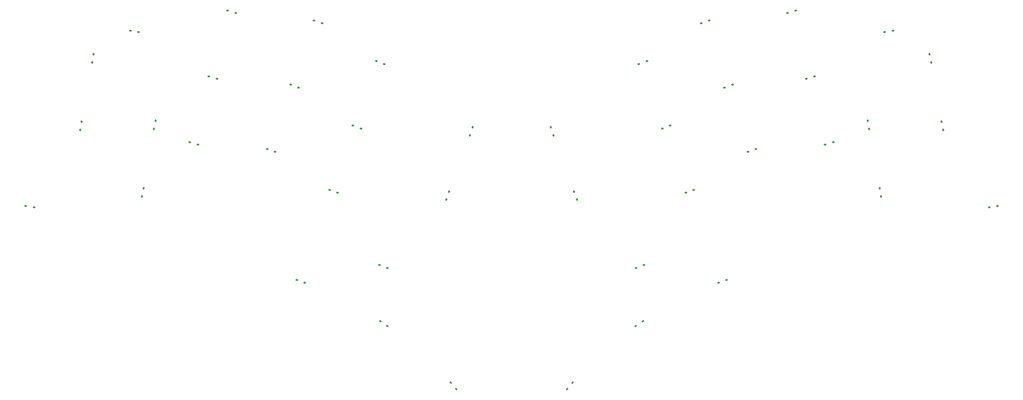
<source format=gbr>
%TF.GenerationSoftware,KiCad,Pcbnew,9.0.2*%
%TF.CreationDate,2025-06-13T21:11:18+02:00*%
%TF.ProjectId,quacken_pcb,71756163-6b65-46e5-9f70-63622e6b6963,v1.0.0*%
%TF.SameCoordinates,Original*%
%TF.FileFunction,Paste,Top*%
%TF.FilePolarity,Positive*%
%FSLAX46Y46*%
G04 Gerber Fmt 4.6, Leading zero omitted, Abs format (unit mm)*
G04 Created by KiCad (PCBNEW 9.0.2) date 2025-06-13 21:11:18*
%MOMM*%
%LPD*%
G01*
G04 APERTURE LIST*
G04 Aperture macros list*
%AMRoundRect*
0 Rectangle with rounded corners*
0 $1 Rounding radius*
0 $2 $3 $4 $5 $6 $7 $8 $9 X,Y pos of 4 corners*
0 Add a 4 corners polygon primitive as box body*
4,1,4,$2,$3,$4,$5,$6,$7,$8,$9,$2,$3,0*
0 Add four circle primitives for the rounded corners*
1,1,$1+$1,$2,$3*
1,1,$1+$1,$4,$5*
1,1,$1+$1,$6,$7*
1,1,$1+$1,$8,$9*
0 Add four rect primitives between the rounded corners*
20,1,$1+$1,$2,$3,$4,$5,0*
20,1,$1+$1,$4,$5,$6,$7,0*
20,1,$1+$1,$6,$7,$8,$9,0*
20,1,$1+$1,$8,$9,$2,$3,0*%
G04 Aperture macros list end*
%ADD10RoundRect,0.112500X0.041587X-0.214670X0.169844X0.137715X-0.041587X0.214670X-0.169844X-0.137715X0*%
%ADD11RoundRect,0.112500X-0.169844X0.137715X-0.041587X-0.214670X0.169844X-0.137715X0.041587X0.214670X0*%
%ADD12RoundRect,0.112500X0.214670X0.041587X-0.137715X0.169844X-0.214670X-0.041587X0.137715X-0.169844X0*%
%ADD13RoundRect,0.112500X0.211246X0.056460X-0.149227X0.159824X-0.211246X-0.056460X0.149227X-0.159824X0*%
%ADD14RoundRect,0.112500X0.165116X0.143350X-0.204187X0.078232X-0.165116X-0.143350X0.204187X-0.078232X0*%
%ADD15RoundRect,0.112500X0.137715X0.169844X-0.214670X0.041587X-0.137715X-0.169844X0.214670X-0.041587X0*%
%ADD16RoundRect,0.112500X0.078232X-0.204187X0.143350X0.165116X-0.078232X0.204187X-0.143350X-0.165116X0*%
%ADD17RoundRect,0.112500X0.149227X0.159824X-0.211246X0.056460X-0.149227X-0.159824X0.211246X-0.056460X0*%
%ADD18RoundRect,0.112500X-0.137715X-0.169844X0.214670X-0.041587X0.137715X0.169844X-0.214670X0.041587X0*%
%ADD19RoundRect,0.112500X0.204187X0.078232X-0.165116X0.143350X-0.204187X-0.078232X0.165116X-0.143350X0*%
%ADD20RoundRect,0.112500X-0.078232X0.204187X-0.143350X-0.165116X0.078232X-0.204187X0.143350X0.165116X0*%
%ADD21RoundRect,0.112500X-0.143350X0.165116X-0.078232X-0.204187X0.143350X-0.165116X0.078232X0.204187X0*%
%ADD22RoundRect,0.112500X0.034343X0.215947X-0.206703X-0.071320X-0.034343X-0.215947X0.206703X0.071320X0*%
%ADD23RoundRect,0.112500X0.218118X-0.015391X-0.089064X0.199700X-0.218118X0.015391X0.089064X-0.199700X0*%
%ADD24RoundRect,0.112500X0.089064X0.199700X-0.218118X-0.015391X-0.089064X-0.199700X0.218118X0.015391X0*%
%ADD25RoundRect,0.112500X-0.204187X-0.078232X0.165116X-0.143350X0.204187X0.078232X-0.165116X0.143350X0*%
%ADD26RoundRect,0.112500X-0.165116X-0.143350X0.204187X-0.078232X0.165116X0.143350X-0.204187X0.078232X0*%
%ADD27RoundRect,0.112500X0.206703X-0.071320X-0.034343X0.215947X-0.206703X0.071320X0.034343X-0.215947X0*%
%ADD28RoundRect,0.112500X-0.214670X-0.041587X0.137715X-0.169844X0.214670X0.041587X-0.137715X0.169844X0*%
G04 APERTURE END LIST*
D10*
%TO.C,*%
X187440058Y-119603703D03*
X188158300Y-117630349D03*
%TD*%
D11*
%TO.C,*%
X213321228Y-133605120D03*
X214039470Y-135578474D03*
%TD*%
D12*
%TO.C,*%
X160443712Y-117902839D03*
X158470358Y-117184597D03*
%TD*%
D13*
%TO.C,*%
X120014931Y-121893109D03*
X117996281Y-121314271D03*
%TD*%
D14*
%TO.C,*%
X292452289Y-93621494D03*
X290384193Y-93986156D03*
%TD*%
D15*
%TO.C,*%
X246841367Y-91059757D03*
X244868013Y-91778001D03*
%TD*%
%TO.C,*%
X251149254Y-155524044D03*
X249175900Y-156242288D03*
%TD*%
%TO.C,*%
X252655716Y-107034535D03*
X250682362Y-107752779D03*
%TD*%
D16*
%TO.C,*%
X106155602Y-134808210D03*
X106520264Y-132740114D03*
%TD*%
D17*
%TO.C,*%
X277668921Y-121314268D03*
X275650271Y-121893106D03*
%TD*%
D11*
%TO.C,*%
X207506880Y-117630350D03*
X208225124Y-119603704D03*
%TD*%
D16*
%TO.C,*%
X90790688Y-118289158D03*
X91155350Y-116221062D03*
%TD*%
D18*
%TO.C,*%
X228675350Y-152545973D03*
X230648704Y-151827731D03*
%TD*%
D16*
%TO.C,*%
X93742697Y-101547427D03*
X94107359Y-99479331D03*
%TD*%
D19*
%TO.C,*%
X105280994Y-93986157D03*
X103212898Y-93621495D03*
%TD*%
D15*
%TO.C,*%
X258470049Y-123009304D03*
X256496695Y-123727548D03*
%TD*%
%TO.C,*%
X243009176Y-133159356D03*
X241035822Y-133877600D03*
%TD*%
D20*
%TO.C,*%
X109472287Y-115998378D03*
X109107625Y-118066474D03*
%TD*%
D13*
%TO.C,*%
X124700758Y-105551668D03*
X122682108Y-104972830D03*
%TD*%
D12*
%TO.C,*%
X154629362Y-133877609D03*
X152656008Y-133159367D03*
%TD*%
D21*
%TO.C,*%
X301557823Y-99479327D03*
X301922485Y-101547423D03*
%TD*%
%TO.C,*%
X304509844Y-116221060D03*
X304874506Y-118289156D03*
%TD*%
%TO.C,*%
X289144929Y-132740110D03*
X289509591Y-134808206D03*
%TD*%
D12*
%TO.C,*%
X166258054Y-101928059D03*
X164284700Y-101209817D03*
%TD*%
D22*
%TO.C,*%
X212960185Y-181032069D03*
X211610331Y-182640763D03*
%TD*%
D23*
%TO.C,*%
X167009788Y-166968725D03*
X165289568Y-165764215D03*
%TD*%
D12*
%TO.C,*%
X139168493Y-123727545D03*
X137195139Y-123009303D03*
%TD*%
D24*
%TO.C,*%
X230375628Y-165764216D03*
X228655408Y-166968726D03*
%TD*%
D12*
%TO.C,*%
X144982837Y-107752779D03*
X143009483Y-107034537D03*
%TD*%
D15*
%TO.C,*%
X237194832Y-117184592D03*
X235221478Y-117902836D03*
%TD*%
%TO.C,*%
X231380486Y-101209813D03*
X229407132Y-101928057D03*
%TD*%
D25*
%TO.C,*%
X77255437Y-137175719D03*
X79323533Y-137540381D03*
%TD*%
D13*
%TO.C,*%
X129386600Y-89210209D03*
X127367950Y-88631371D03*
%TD*%
D17*
%TO.C,*%
X272983084Y-104972825D03*
X270964434Y-105551663D03*
%TD*%
D12*
%TO.C,*%
X146489292Y-156242291D03*
X144515938Y-155524049D03*
%TD*%
D17*
%TO.C,*%
X268297252Y-88631370D03*
X266278602Y-89210208D03*
%TD*%
D26*
%TO.C,*%
X316341658Y-137540379D03*
X318409754Y-137175717D03*
%TD*%
D12*
%TO.C,*%
X150797181Y-91777998D03*
X148823827Y-91059756D03*
%TD*%
D27*
%TO.C,*%
X184054848Y-182640768D03*
X182704994Y-181032074D03*
%TD*%
D28*
%TO.C,*%
X165016492Y-151827739D03*
X166989846Y-152545981D03*
%TD*%
D21*
%TO.C,*%
X286192898Y-115998379D03*
X286557560Y-118066475D03*
%TD*%
D10*
%TO.C,*%
X181625723Y-135578478D03*
X182343965Y-133605124D03*
%TD*%
M02*

</source>
